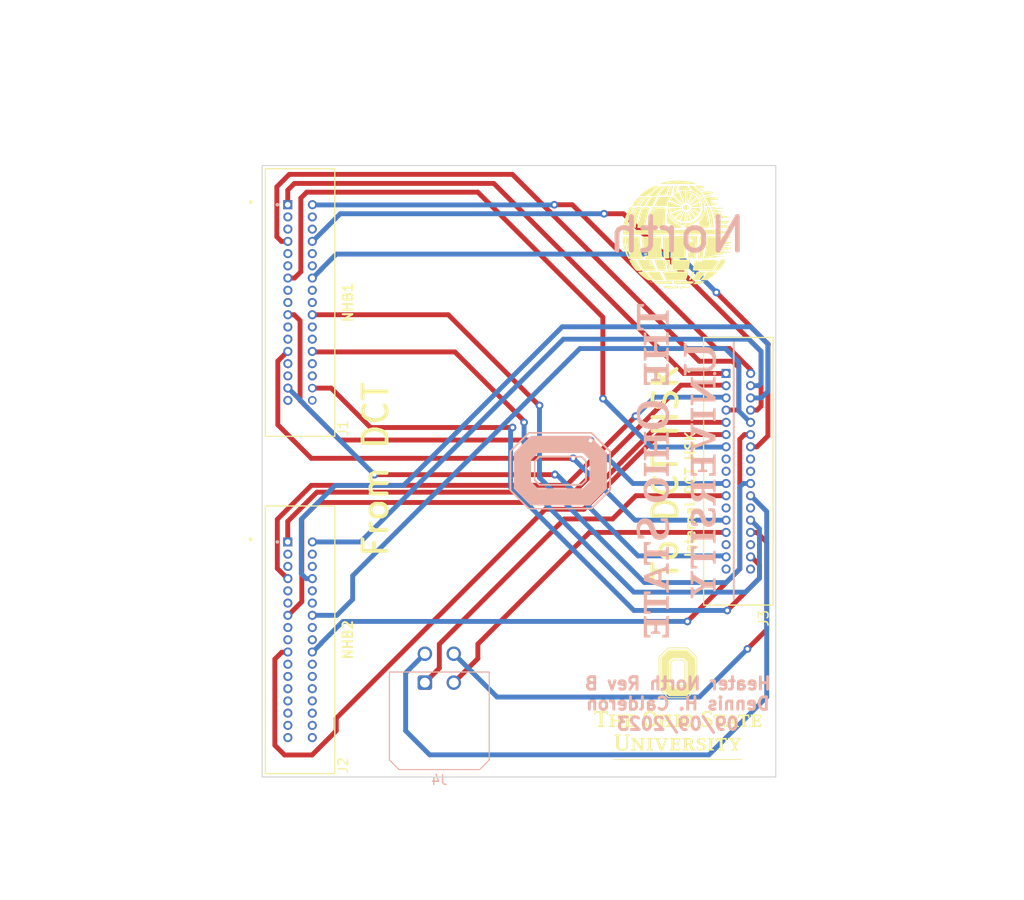
<source format=kicad_pcb>
(kicad_pcb (version 20221018) (generator pcbnew)
  (title_block (title "Heater North") (date "2023-09-09") (company "The Ohio State University") (comment 1 "Board Size: 2.5\" Wide; 2.1\" Deep") (comment 2 "Mounting Holes are #4-40 clearnace size"))
  (layers (0 "F.Cu" signal) (31 "B.Cu" signal) (34 "B.Paste" user) (35 "F.Paste" user) (36 "B.SilkS" user "B.Silkscreen") (37 "F.SilkS" user "F.Silkscreen") (38 "B.Mask" user) (39 "F.Mask" user) (44 "Edge.Cuts" user))
  (net 0 "")
  (net 1 "/HB1_1")
  (net 2 "/HB1_2")
  (net 7 "/HB1_7")
  (net 8 "/HB1_8")
  (net 13 "/HB1_13")
  (net 14 "/HB1_14")
  (net 19 "/HB1_19")
  (net 20 "/HB1_20")
  (net 25 "/HB1_25")
  (net 26 "/HB1_26")
  (net 31 "/HB1_31")
  (net 32 "/HB1_32")
  (net 35 "/HB2_1")
  (net 36 "/HB2_2")
  (net 41 "/HB2_7")
  (net 42 "/HB2_8")
  (net 47 "/HB2_13")
  (net 48 "/HB2_14")
  (net 53 "/HB2_19")
  (net 54 "/HB2_20")
  (net 73 "/SpareN1+")
  (net 74 "/SpareN1-")
  (net 77 "/SpareN2+")
  (net 78 "/SpareN2-")
  (footprint "LOGO" (layer "F.Cu") (at 144.78 58.42)
    (fp_text reference "G***" hide)
    (fp_text value "LOGO" hide)
  )
  (footprint "MountingHole:MountingHole_3.2mm_M3_DIN965" (layer "F.Cu") (at 128.27 63.5)
    (fp_text reference "REF**" hide)
    (fp_text value "H1")
    (pad "" np_thru_hole circle (at 0 0) (size 3.2 3.2) (drill 3.2) (layers "*.Cu" "*.Mask"))
  )
  (footprint "HELIX:HELIX_DCT_ICDconnector34pin_corrected" (layer "F.Cu") (at 105.537 100.0506 -90)
    (fp_text reference "J2" (at 13.0556 -4.4704 90) (layer "F.SilkS"))
    (fp_text value locked "NHB2" (at 0.000001 -4.953 90) (layer "F.SilkS") (effects (font (thickness 0.2) bold)))
    (pad "1" thru_hole rect locked (at -10.16 1.28016 270) (size 0.9408 0.9408) (drill 0.56) (layers "*.Cu" "*.Mask") (net 35 "/HB2_1"))
    (pad "2" thru_hole circle locked (at -10.16 -1.28016 270) (size 0.9408 0.9408) (drill 0.56) (layers "*.Cu" "*.Mask") (net 36 "/HB2_2"))
    (pad "3" thru_hole circle locked (at -8.89 1.27 270) (size 0.9408 0.9408) (drill 0.56) (layers "*.Cu" "*.Mask"))
    (pad "4" thru_hole circle locked (at -8.89 -1.27 270) (size 0.9408 0.9408) (drill 0.56) (layers "*.Cu" "*.Mask"))
    (pad "5" thru_hole circle locked (at -7.62 1.27 270) (size 0.9408 0.9408) (drill 0.56) (layers "*.Cu" "*.Mask"))
    (pad "6" thru_hole circle locked (at -7.62 -1.27 270) (size 0.9408 0.9408) (drill 0.56) (layers "*.Cu" "*.Mask"))
    (pad "7" thru_hole circle locked (at -6.35 1.27 270) (size 0.9408 0.9408) (drill 0.56) (layers "*.Cu" "*.Mask") (net 41 "/HB2_7"))
    (pad "8" thru_hole circle locked (at -6.35 -1.27 270) (size 0.9408 0.9408) (drill 0.56) (layers "*.Cu" "*.Mask") (net 42 "/HB2_8"))
    (pad "9" thru_hole circle locked (at -5.08 1.27 270) (size 0.9408 0.9408) (drill 0.56) (layers "*.Cu" "*.Mask"))
    (pad "10" thru_hole circle locked (at -5.08 -1.27 270) (size 0.9408 0.9408) (drill 0.56) (layers "*.Cu" "*.Mask"))
    (pad "11" thru_hole circle locked (at -3.81 1.27 270) (size 0.9408 0.9408) (drill 0.56) (layers "*.Cu" "*.Mask"))
    (pad "12" thru_hole circle locked (at -3.81 -1.27 270) (size 0.9408 0.9408) (drill 0.56) (layers "*.Cu" "*.Mask"))
    (pad "13" thru_hole circle locked (at -2.54 1.27 270) (size 0.9408 0.9408) (drill 0.56) (layers "*.Cu" "*.Mask") (net 47 "/HB2_13"))
    (pad "14" thru_hole circle locked (at -2.54 -1.27 270) (size 0.9408 0.9408) (drill 0.56) (layers "*.Cu" "*.Mask") (net 48 "/HB2_14"))
    (pad "15" thru_hole circle locked (at -1.27 1.27 270) (size 0.9408 0.9408) (drill 0.56) (layers "*.Cu" "*.Mask"))
    (pad "16" thru_hole circle locked (at -1.27 -1.27 270) (size 0.9408 0.9408) (drill 0.56) (layers "*.Cu" "*.Mask"))
    (pad "17" thru_hole circle locked (at 0 1.27 270) (size 0.9408 0.9408) (drill 0.56) (layers "*.Cu" "*.Mask"))
    (pad "18" thru_hole circle locked (at 0 -1.27 270) (size 0.9408 0.9408) (drill 0.56) (layers "*.Cu" "*.Mask"))
    (pad "19" thru_hole circle locked (at 1.27 1.27 270) (size 0.9408 0.9408) (drill 0.56) (layers "*.Cu" "*.Mask") (net 53 "/HB2_19"))
    (pad "20" thru_hole circle locked (at 1.27 -1.27 270) (size 0.9408 0.9408) (drill 0.56) (layers "*.Cu" "*.Mask") (net 54 "/HB2_20"))
    (pad "21" thru_hole circle locked (at 2.54 1.27 270) (size 0.9408 0.9408) (drill 0.56) (layers "*.Cu" "*.Mask"))
    (pad "22" thru_hole circle locked (at 2.54 -1.27 270) (size 0.9408 0.9408) (drill 0.56) (layers "*.Cu" "*.Mask"))
    (pad "23" thru_hole circle locked (at 3.81 1.27 270) (size 0.9408 0.9408) (drill 0.56) (layers "*.Cu" "*.Mask"))
    (pad "24" thru_hole circle locked (at 3.81 -1.27 270) (size 0.9408 0.9408) (drill 0.56) (layers "*.Cu" "*.Mask"))
    (pad "25" thru_hole circle locked (at 5.08 1.27 270) (size 0.9408 0.9408) (drill 0.56) (layers "*.Cu" "*.Mask"))
    (pad "26" thru_hole circle locked (at 5.08 -1.27 270) (size 0.9408 0.9408) (drill 0.56) (layers "*.Cu" "*.Mask"))
    (pad "27" thru_hole circle locked (at 6.35 1.27 270) (size 0.9408 0.9408) (drill 0.56) (layers "*.Cu" "*.Mask"))
    (pad "28" thru_hole circle locked (at 6.35 -1.27 270) (size 0.9408 0.9408) (drill 0.56) (layers "*.Cu" "*.Mask"))
    (pad "29" thru_hole circle locked (at 7.62 1.27 270) (size 0.9408 0.9408) (drill 0.56) (layers "*.Cu" "*.Mask"))
    (pad "30" thru_hole circle locked (at 7.62 -1.27 270) (size 0.9408 0.9408) (drill 0.56) (layers "*.Cu" "*.Mask"))
    (pad "31" thru_hole circle locked (at 8.89 1.27 270) (size 0.9408 0.9408) (drill 0.56) (layers "*.Cu" "*.Mask"))
    (pad "32" thru_hole circle locked (at 8.89 -1.27 270) (size 0.9408 0.9408) (drill 0.56) (layers "*.Cu" "*.Mask"))
    (pad "33" thru_hole circle locked (at 10.16 1.27 270) (size 0.9408 0.9408) (drill 0.56) (layers "*.Cu" "*.Mask"))
    (pad "34" thru_hole circle locked (at 10.16 -1.27 270) (size 0.9408 0.9408) (drill 0.56) (layers "*.Cu" "*.Mask"))
  )
  (footprint "MountingHole:MountingHole_3.2mm_M3_DIN965" (layer "F.Cu") (at 128.27 101.6)
    (fp_text reference "REF**" hide)
    (fp_text value "H2")
    (pad "" np_thru_hole circle (at 0 0) (size 3.2 3.2) (drill 3.2) (layers "F&B.Cu" "*.Mask"))
  )
  (footprint "HELIX:HELIX_DCT_ICDconnector34pin_corrected" (layer "F.Cu") (at 151.0538 82.55 -90)
    (fp_text reference "J3" (at 15.2654 -2.62636 90) (layer "F.SilkS"))
    (fp_text value "Internal DCT HSK" (at 2.4 4.99364 90) (layer "F.SilkS") (effects (font (thickness 0.2) bold)))
    (pad "1" thru_hole rect locked (at -10.16 1.28016 270) (size 0.9408 0.9408) (drill 0.56) (layers "*.Cu" "*.Mask") (net 1 "/HB1_1"))
    (pad "2" thru_hole circle locked (at -10.16 -1.28016 270) (size 0.9408 0.9408) (drill 0.56) (layers "*.Cu" "*.Mask") (net 2 "/HB1_2"))
    (pad "3" thru_hole circle locked (at -8.89 1.27 270) (size 0.9408 0.9408) (drill 0.56) (layers "*.Cu" "*.Mask") (net 35 "/HB2_1"))
    (pad "4" thru_hole circle locked (at -8.89 -1.27 270) (size 0.9408 0.9408) (drill 0.56) (layers "*.Cu" "*.Mask") (net 36 "/HB2_2"))
    (pad "5" thru_hole circle locked (at -7.62 1.27 270) (size 0.9408 0.9408) (drill 0.56) (layers "*.Cu" "*.Mask") (net 41 "/HB2_7"))
    (pad "6" thru_hole circle locked (at -7.62 -1.27 270) (size 0.9408 0.9408) (drill 0.56) (layers "*.Cu" "*.Mask") (net 42 "/HB2_8"))
    (pad "7" thru_hole circle locked (at -6.35 1.27 270) (size 0.9408 0.9408) (drill 0.56) (layers "*.Cu" "*.Mask") (net 7 "/HB1_7"))
    (pad "8" thru_hole circle locked (at -6.35 -1.27 270) (size 0.9408 0.9408) (drill 0.56) (layers "*.Cu" "*.Mask") (net 8 "/HB1_8"))
    (pad "9" thru_hole circle locked (at -5.08 1.27 270) (size 0.9408 0.9408) (drill 0.56) (layers "*.Cu" "*.Mask") (net 47 "/HB2_13"))
    (pad "10" thru_hole circle locked (at -5.08 -1.27 270) (size 0.9408 0.9408) (drill 0.56) (layers "*.Cu" "*.Mask") (net 48 "/HB2_14"))
    (pad "11" thru_hole circle locked (at -3.81 1.27 270) (size 0.9408 0.9408) (drill 0.56) (layers "*.Cu" "*.Mask") (net 53 "/HB2_19"))
    (pad "12" thru_hole circle locked (at -3.81 -1.27 270) (size 0.9408 0.9408) (drill 0.56) (layers "*.Cu" "*.Mask") (net 54 "/HB2_20"))
    (pad "13" thru_hole circle locked (at -2.54 1.27 270) (size 0.9408 0.9408) (drill 0.56) (layers "*.Cu" "*.Mask") (net 13 "/HB1_13"))
    (pad "14" thru_hole circle locked (at -2.54 -1.27 270) (size 0.9408 0.9408) (drill 0.56) (layers "*.Cu" "*.Mask") (net 14 "/HB1_14"))
    (pad "15" thru_hole circle locked (at -1.27 1.27 270) (size 0.9408 0.9408) (drill 0.56) (layers "*.Cu" "*.Mask"))
    (pad "16" thru_hole circle locked (at -1.27 -1.27 270) (size 0.9408 0.9408) (drill 0.56) (layers "*.Cu" "*.Mask"))
    (pad "17" thru_hole circle locked (at 0 1.27 270) (size 0.9408 0.9408) (drill 0.56) (layers "*.Cu" "*.Mask"))
    (pad "18" thru_hole circle locked (at 0 -1.27 270) (size 0.9408 0.9408) (drill 0.56) (layers "*.Cu" "*.Mask"))
    (pad "19" thru_hole circle locked (at 1.27 1.27 270) (size 0.9408 0.9408) (drill 0.56) (layers "*.Cu" "*.Mask") (net 19 "/HB1_19"))
    (pad "20" thru_hole circle locked (at 1.27 -1.27 270) (size 0.9408 0.9408) (drill 0.56) (layers "*.Cu" "*.Mask") (net 20 "/HB1_20"))
    (pad "21" thru_hole circle locked (at 2.54 1.27 270) (size 0.9408 0.9408) (drill 0.56) (layers "*.Cu" "*.Mask") (net 73 "/SpareN1+"))
    (pad "22" thru_hole circle locked (at 2.54 -1.27 270) (size 0.9408 0.9408) (drill 0.56) (layers "*.Cu" "*.Mask") (net 74 "/SpareN1-"))
    (pad "23" thru_hole circle locked (at 3.81 1.27 270) (size 0.9408 0.9408) (drill 0.56) (layers "*.Cu" "*.Mask"))
    (pad "24" thru_hole circle locked (at 3.81 -1.27 270) (size 0.9408 0.9408) (drill 0.56) (layers "*.Cu" "*.Mask"))
    (pad "25" thru_hole circle locked (at 5.08 1.27 270) (size 0.9408 0.9408) (drill 0.56) (layers "*.Cu" "*.Mask") (net 25 "/HB1_25"))
    (pad "26" thru_hole circle locked (at 5.08 -1.27 270) (size 0.9408 0.9408) (drill 0.56) (layers "*.Cu" "*.Mask") (net 26 "/HB1_26"))
    (pad "27" thru_hole circle locked (at 6.35 1.27 270) (size 0.9408 0.9408) (drill 0.56) (layers "*.Cu" "*.Mask") (net 77 "/SpareN2+"))
    (pad "28" thru_hole circle locked (at 6.35 -1.27 270) (size 0.9408 0.9408) (drill 0.56) (layers "*.Cu" "*.Mask") (net 78 "/SpareN2-"))
    (pad "29" thru_hole circle locked (at 7.62 1.27 270) (size 0.9408 0.9408) (drill 0.56) (layers "*.Cu" "*.Mask"))
    (pad "30" thru_hole circle locked (at 7.62 -1.27 270) (size 0.9408 0.9408) (drill 0.56) (layers "*.Cu" "*.Mask"))
    (pad "31" thru_hole circle locked (at 8.89 1.27 270) (size 0.9408 0.9408) (drill 0.56) (layers "*.Cu" "*.Mask") (net 31 "/HB1_31"))
    (pad "32" thru_hole circle locked (at 8.89 -1.27 270) (size 0.9408 0.9408) (drill 0.56) (layers "*.Cu" "*.Mask") (net 32 "/HB1_32"))
    (pad "33" thru_hole circle locked (at 10.16 1.27 270) (size 0.9408 0.9408) (drill 0.56) (layers "*.Cu" "*.Mask"))
    (pad "34" thru_hole circle locked (at 10.16 -1.27 270) (size 0.9408 0.9408) (drill 0.56) (layers "*.Cu" "*.Mask"))
  )
  (footprint "Fun_Logos:Medium OSU" (layer "F.Cu") (at 144.772052 106.68)
    (fp_text reference "G***" hide)
    (fp_text value "Medium OSU" hide)
  )
  (footprint "HELIX:HELIX_DCT_ICDconnector34pin_corrected" (layer "F.Cu") (at 105.537 65.024 -90)
    (fp_text reference "J1" (at 13.0556 -4.4704 90) (layer "F.SilkS"))
    (fp_text value locked "NHB1" (at 0.000001 -4.97 90) (layer "F.SilkS") (effects (font (thickness 0.2) bold)))
    (pad "1" thru_hole rect locked (at -10.16 1.28016 270) (size 0.9408 0.9408) (drill 0.56) (layers "*.Cu" "*.Mask") (net 1 "/HB1_1"))
    (pad "2" thru_hole circle locked (at -10.16 -1.28016 270) (size 0.9408 0.9408) (drill 0.56) (layers "*.Cu" "*.Mask") (net 2 "/HB1_2"))
    (pad "3" thru_hole circle locked (at -8.89 1.27 270) (size 0.9408 0.9408) (drill 0.56) (layers "*.Cu" "*.Mask"))
    (pad "4" thru_hole circle locked (at -8.89 -1.27 270) (size 0.9408 0.9408) (drill 0.56) (layers "*.Cu" "*.Mask"))
    (pad "5" thru_hole circle locked (at -7.62 1.27 270) (size 0.9408 0.9408) (drill 0.56) (layers "*.Cu" "*.Mask"))
    (pad "6" thru_hole circle locked (at -7.62 -1.27 270) (size 0.9408 0.9408) (drill 0.56) (layers "*.Cu" "*.Mask"))
    (pad "7" thru_hole circle locked (at -6.35 1.27 270) (size 0.9408 0.9408) (drill 0.56) (layers "*.Cu" "*.Mask") (net 7 "/HB1_7"))
    (pad "8" thru_hole circle locked (at -6.35 -1.27 270) (size 0.9408 0.9408) (drill 0.56) (layers "*.Cu" "*.Mask") (net 8 "/HB1_8"))
    (pad "9" thru_hole circle locked (at -5.08 1.27 270) (size 0.9408 0.9408) (drill 0.56) (layers "*.Cu" "*.Mask"))
    (pad "10" thru_hole circle locked (at -5.08 -1.27 270) (size 0.9408 0.9408) (drill 0.56) (layers "*.Cu" "*.Mask"))
    (pad "11" thru_hole circle locked (at -3.81 1.27 270) (size 0.9408 0.9408) (drill 0.56) (layers "*.Cu" "*.Mask"))
    (pad "12" thru_hole circle locked (at -3.81 -1.27 270) (size 0.9408 0.9408) (drill 0.56) (layers "*.Cu" "*.Mask"))
    (pad "13" thru_hole circle locked (at -2.54 1.27 270) (size 0.9408 0.9408) (drill 0.56) (layers "*.Cu" "*.Mask") (net 13 "/HB1_13"))
    (pad "14" thru_hole circle locked (at -2.54 -1.27 270) (size 0.9408 0.9408) (drill 0.56) (layers "*.Cu" "*.Mask") (net 14 "/HB1_14"))
    (pad "15" thru_hole circle locked (at -1.27 1.27 270) (size 0.9408 0.9408) (drill 0.56) (layers "*.Cu" "*.Mask"))
    (pad "16" thru_hole circle locked (at -1.27 -1.27 270) (size 0.9408 0.9408) (drill 0.56) (layers "*.Cu" "*.Mask"))
    (pad "17" thru_hole circle locked (at 0 1.27 270) (size 0.9408 0.9408) (drill 0.56) (layers "*.Cu" "*.Mask"))
    (pad "18" thru_hole circle locked (at 0 -1.27 270) (size 0.9408 0.9408) (drill 0.56) (layers "*.Cu" "*.Mask"))
    (pad "19" thru_hole circle locked (at 1.27 1.27 270) (size 0.9408 0.9408) (drill 0.56) (layers "*.Cu" "*.Mask") (net 19 "/HB1_19"))
    (pad "20" thru_hole circle locked (at 1.27 -1.27 270) (size 0.9408 0.9408) (drill 0.56) (layers "*.Cu" "*.Mask") (net 20 "/HB1_20"))
    (pad "21" thru_hole circle locked (at 2.54 1.27 270) (size 0.9408 0.9408) (drill 0.56) (layers "*.Cu" "*.Mask"))
    (pad "22" thru_hole circle locked (at 2.54 -1.27 270) (size 0.9408 0.9408) (drill 0.56) (layers "*.Cu" "*.Mask"))
    (pad "23" thru_hole circle locked (at 3.81 1.27 270) (size 0.9408 0.9408) (drill 0.56) (layers "*.Cu" "*.Mask"))
    (pad "24" thru_hole circle locked (at 3.81 -1.27 270) (size 0.9408 0.9408) (drill 0.56) (layers "*.Cu" "*.Mask"))
    (pad "25" thru_hole circle locked (at 5.08 1.27 270) (size 0.9408 0.9408) (drill 0.56) (layers "*.Cu" "*.Mask") (net 25 "/HB1_25"))
    (pad "26" thru_hole circle locked (at 5.08 -1.27 270) (size 0.9408 0.9408) (drill 0.56) (layers "*.Cu" "*.Mask") (net 26 "/HB1_26"))
    (pad "27" thru_hole circle locked (at 6.35 1.27 270) (size 0.9408 0.9408) (drill 0.56) (layers "*.Cu" "*.Mask"))
    (pad "28" thru_hole circle locked (at 6.35 -1.27 270) (size 0.9408 0.9408) (drill 0.56) (layers "*.Cu" "*.Mask"))
    (pad "29" thru_hole circle locked (at 7.62 1.27 270) (size 0.9408 0.9408) (drill 0.56) (layers "*.Cu" "*.Mask"))
    (pad "30" thru_hole circle locked (at 7.62 -1.27 270) (size 0.9408 0.9408) (drill 0.56) (layers "*.Cu" "*.Mask"))
    (pad "31" thru_hole circle locked (at 8.89 1.27 270) (size 0.9408 0.9408) (drill 0.56) (layers "*.Cu" "*.Mask") (net 31 "/HB1_31"))
    (pad "32" thru_hole circle locked (at 8.89 -1.27 270) (size 0.89 0.89) (drill 0.56) (layers "*.Cu" "*.Mask") (net 32 "/HB1_32"))
    (pad "33" thru_hole circle locked (at 10.16 1.27 270) (size 0.9408 0.9408) (drill 0.56) (layers "*.Cu" "*.Mask"))
    (pad "34" thru_hole circle locked (at 10.16 -1.27 270) (size 0.89 0.89) (drill 0.56) (layers "*.Cu" "*.Mask"))
  )
  (footprint "Fun_Logos:Super Large OSU" (layer "B.Cu") (at 138.9634 82.4992 -90)
    (fp_text reference "G***" hide)
    (fp_text value "" hide)
  )
  (footprint "Connector_Molex:Molex_Micro-Fit_3.0_43045-0400_2x02_P3.00mm_Horizontal" (layer "B.Cu") (at 118.5 104.5)
    (fp_text reference "J4" (at 1.5 10.12) (layer "B.SilkS") (effects (justify mirror)))
    (fp_text value "SparesN")
    (pad "" np_thru_hole circle (at 1.5 4.32) (size 3 3) (drill 3) (layers "*.Cu" "*.Mask"))
    (pad "1" thru_hole roundrect (at 0 0) (size 1.5 1.5) (drill 1.02) (layers "*.Cu" "*.Mask") (roundrect_rratio 0.166667) (net 73 "/SpareN1+"))
    (pad "2" thru_hole circle (at 3 0) (size 1.5 1.5) (drill 1.02) (layers "*.Cu" "*.Mask") (net 77 "/SpareN2+"))
    (pad "3" thru_hole circle (at 0 -3) (size 1.5 1.5) (drill 1.02) (layers "*.Cu" "*.Mask") (net 74 "/SpareN1-"))
    (pad "4" thru_hole circle (at 3 -3) (size 1.5 1.5) (drill 1.02) (layers "*.Cu" "*.Mask") (net 78 "/SpareN2-"))
  )
  (gr_circle locked (center 103.1748 89.8906) (end 103.2002 89.8906) (stroke (width 0.15)) (fill none) (layer "B.SilkS"))
  (gr_circle (center 103.1748 54.864) (end 103.2002 54.864) (stroke (width 0.15)) (fill none) (layer "B.SilkS"))
  (gr_circle (center 148.59 72.39) (end 148.6154 72.39) (stroke (width 0.15)) (fill none) (layer "B.SilkS"))
  (gr_circle (center 148.59 72.39) (end 148.6154 72.39) (stroke (width 0.15)) (fill none) (layer "F.SilkS"))
  (gr_circle locked (center 103.1748 89.8906) (end 103.1748 89.916) (stroke (width 0.15)) (fill none) (layer "F.SilkS"))
  (gr_circle (center 103.1748 54.864) (end 103.1748 54.8894) (stroke (width 0.15)) (fill none) (layer "F.SilkS"))
  (gr_rect locked (start 101.6 50.8) (end 154.94 114.3) (stroke (width 0.1)) (fill none) (layer "Edge.Cuts"))
  (gr_text "North" (at 137.288718 60.042675) (layer "B.SilkS") (effects (font (size 3.5 3.5) (thickness 0.5)) (justify right bottom mirror)))
  (gr_text "Heater North Rev B\nDennis H. Calderon\n09/09/2023" (at 144.772051 106.68811) (layer "B.SilkS") (effects (font (size 1.3 1.3) (thickness 0.3) bold) (justify mirror)))
  (gr_text locked "To DCT HSK\n" (at 144.9578 94.090477 90) (layer "F.SilkS") (effects (font (size 2.5 2.5) (thickness 0.4)) (justify left bottom)))
  (gr_text "From DCT" (at 114.8498 91.668219 90) (layer "F.SilkS") (effects (font (size 2.5 2.5) (thickness 0.4)) (justify left bottom)))
  (segment (start 149.77364 72.39) (end 145.3896 72.39) (width 0.508) (layer "F.Cu") (net 1))
  (segment (start 104.25684 53.35016) (end 104.25684 54.864) (width 0.508) (layer "F.Cu") (net 1))
  (segment (start 125.6538 52.6542) (end 104.9528 52.6542) (width 0.508) (layer "F.Cu") (net 1))
  (segment (start 104.9528 52.6542) (end 104.25684 53.35016) (width 0.508) (layer "F.Cu") (net 1))
  (segment (start 145.3896 72.39) (end 125.6538 52.6542) (width 0.508) (layer "F.Cu") (net 1))
  (segment (start 152.33396 72.007656) (end 152.33396 72.39) (width 0.508) (layer "F.Cu") (net 2))
  (segment (start 148.7424 69.7992) (end 150.125504 69.7992) (width 0.508) (layer "F.Cu") (net 2))
  (segment (start 150.125504 69.7992) (end 152.33396 72.007656) (width 0.508) (layer "F.Cu") (net 2))
  (segment (start 133.813284 54.870084) (end 148.7424 69.7992) (width 0.508) (layer "F.Cu") (net 2))
  (segment (start 131.946916 54.870084) (end 133.813284 54.870084) (width 0.508) (layer "F.Cu") (net 2))
  (via (at 131.946916 54.870084) (size 0.8) (drill 0.4) (layers "F.Cu" "B.Cu") (net 2))
  (segment (start 131.946916 54.870084) (end 131.9276 54.8894) (width 0.508) (layer "B.Cu") (net 2))
  (segment (start 106.84256 54.8894) (end 106.81716 54.864) (width 0.508) (layer "B.Cu") (net 2))
  (segment (start 131.9276 54.8894) (end 106.84256 54.8894) (width 0.508) (layer "B.Cu") (net 2))
  (segment (start 151.1046 76.0222) (end 151.1046 71.77956) (width 0.508) (layer "F.Cu") (net 7))
  (segment (start 104.4194 51.7144) (end 103.124 53.0098) (width 0.508) (layer "F.Cu") (net 7))
  (segment (start 127.5842 51.7144) (end 104.4194 51.7144) (width 0.508) (layer "F.Cu") (net 7))
  (segment (start 150.44624 71.1212) (end 146.991 71.1212) (width 0.508) (layer "F.Cu") (net 7))
  (segment (start 103.124 58.196246) (end 103.601754 58.674) (width 0.508) (layer "F.Cu") (net 7))
  (segment (start 150.938577 76.188223) (end 151.1046 76.0222) (width 0.508) (layer "F.Cu") (net 7))
  (segment (start 151.1046 71.77956) (end 150.44624 71.1212) (width 0.508) (layer "F.Cu") (net 7))
  (segment (start 149.864623 76.188223) (end 150.938577 76.188223) (width 0.508) (layer "F.Cu") (net 7))
  (segment (start 146.991 71.1212) (end 127.5842 51.7144) (width 0.508) (layer "F.Cu") (net 7))
  (segment (start 103.601754 58.674) (end 104.267 58.674) (width 0.508) (layer "F.Cu") (net 7))
  (segment (start 103.124 53.0098) (end 103.124 58.196246) (width 0.508) (layer "F.Cu") (net 7))
  (segment (start 137.1092 55.8038) (end 139.1242 55.8038) (width 0.508) (layer "F.Cu") (net 8))
  (segment (start 139.1242 55.8038) (end 153.416 70.0956) (width 0.508) (layer "F.Cu") (net 8))
  (segment (start 153.416 70.0956) (end 153.416 75.773046) (width 0.508) (layer "F.Cu") (net 8))
  (segment (start 152.989046 76.2) (end 152.3238 76.2) (width 0.508) (layer "F.Cu") (net 8))
  (segment (start 153.416 75.773046) (end 152.989046 76.2) (width 0.508) (layer "F.Cu") (net 8))
  (via (at 137.1092 55.8038) (size 0.8) (drill 0.4) (layers "F.Cu" "B.Cu") (net 8))
  (segment (start 106.8443 58.674) (end 106.807 58.674) (width 0.508) (layer "B.Cu") (net 8))
  (segment (start 109.7145 55.8038) (end 106.8443 58.674) (width 0.508) (layer "B.Cu") (net 8))
  (segment (start 137.1092 55.8038) (end 109.7145 55.8038) (width 0.508) (layer "B.Cu") (net 8))
  (segment (start 104.9609 62.484) (end 104.267 62.484) (width 0.508) (layer "F.Cu") (net 13))
  (segment (start 106.226 53.5654) (end 105.6132 54.1782) (width 0.508) (layer "F.Cu") (net 13))
  (segment (start 136.9822 66.548) (end 123.9996 53.5654) (width 0.508) (layer "F.Cu") (net 13))
  (segment (start 123.9996 53.5654) (end 106.226 53.5654) (width 0.508) (layer "F.Cu") (net 13))
  (segment (start 105.6132 61.8317) (end 104.9609 62.484) (width 0.508) (layer "F.Cu") (net 13))
  (segment (start 137.002 75.0056) (end 136.9822 74.9858) (width 0.508) (layer "F.Cu") (net 13))
  (segment (start 136.9822 74.9858) (end 136.9822 66.548) (width 0.508) (layer "F.Cu") (net 13))
  (segment (start 105.6132 54.1782) (end 105.6132 61.8317) (width 0.508) (layer "F.Cu") (net 13))
  (via (at 137.002 75.0056) (size 0.8) (drill 0.4) (layers "F.Cu" "B.Cu") (net 13))
  (segment (start 137.002 75.0056) (end 142.0318 80.0354) (width 0.508) (layer "B.Cu") (net 13))
  (segment (start 149.7584 80.0354) (end 149.7838 80.01) (width 0.508) (layer "B.Cu") (net 13))
  (segment (start 142.0318 80.0354) (end 149.7584 80.0354) (width 0.508) (layer "B.Cu") (net 13))
  (segment (start 154.124 78.875046) (end 152.989046 80.01) (width 0.508) (layer "F.Cu") (net 14))
  (segment (start 153.9931 69.1967) (end 154.124 69.3276) (width 0.508) (layer "F.Cu") (net 14))
  (segment (start 154.124 69.3276) (end 154.124 78.875046) (width 0.508) (layer "F.Cu") (net 14))
  (segment (start 153.9931 69.1967) (end 154.178 69.3816) (width 0.508) (layer "F.Cu") (net 14))
  (segment (start 152.989046 80.01) (end 152.3238 80.01) (width 0.508) (layer "F.Cu") (net 14))
  (segment (start 148.7734 63.977) (end 153.9931 69.1967) (width 0.508) (layer "F.Cu") (net 14))
  (via (at 148.7734 63.977) (size 0.8) (drill 0.4) (layers "F.Cu" "B.Cu") (net 14))
  (segment (start 144.7912 59.9948) (end 109.2962 59.9948) (width 0.508) (layer "B.Cu") (net 14))
  (segment (start 107.7314 61.5596) (end 107.7314 61.5969) (width 0.508) (layer "B.Cu") (net 14))
  (segment (start 148.7734 63.977) (end 144.7912 59.9948) (width 0.508) (layer "B.Cu") (net 14))
  (segment (start 109.2962 59.9948) (end 107.7314 61.5596) (width 0.508) (layer "B.Cu") (net 14))
  (segment (start 107.7314 61.5969) (end 106.8443 62.484) (width 0.508) (layer "B.Cu") (net 14))
  (segment (start 106.8443 62.484) (end 106.807 62.484) (width 0.508) (layer "B.Cu") (net 14))
  (segment (start 135.702 79.3596) (end 135.648 79.3056) (width 0.508) (layer "F.Cu") (net 19))
  (segment (start 105.537 75.185378) (end 105.537 66.9036) (width 0.508) (layer "F.Cu") (net 19))
  (segment (start 135.648 79.3056) (end 109.657222 79.3056) (width 0.508) (layer "F.Cu") (net 19))
  (segment (start 104.9274 66.294) (end 104.267 66.294) (width 0.508) (layer "F.Cu") (net 19))
  (segment (start 105.537 66.9036) (end 104.9274 66.294) (width 0.508) (layer "F.Cu") (net 19))
  (segment (start 109.657222 79.3056) (end 105.537 75.185378) (width 0.508) (layer "F.Cu") (net 19))
  (via (at 135.702 79.3596) (size 0.8) (drill 0.4) (layers "F.Cu" "B.Cu") (net 19))
  (segment (start 135.702 79.3596) (end 137.556 81.2136) (width 0.508) (layer "B.Cu") (net 19))
  (segment (start 137.556 81.2596) (end 140.1164 83.82) (width 0.508) (layer "B.Cu") (net 19))
  (segment (start 140.1164 83.82) (end 149.7838 83.82) (width 0.508) (layer "B.Cu") (net 19))
  (segment (start 137.556 81.2136) (end 137.556 81.2596) (width 0.508) (layer "B.Cu") (net 19))
  (segment (start 130.402 75.7174) (end 130.3528 75.7174) (width 0.508) (layer "F.Cu") (net 20))
  (segment (start 120.9294 66.294) (end 106.807 66.294) (width 0.508) (layer "F.Cu") (net 20))
  (segment (start 130.3528 75.7174) (end 120.9294 66.294) (width 0.508) (layer "F.Cu") (net 20))
  (via (at 130.402 75.7174) (size 0.8) (drill 0.4) (layers "F.Cu" "B.Cu") (net 20))
  (segment (start 130.402 75.7174) (end 130.402 83.2056) (width 0.508) (layer "B.Cu") (net 20))
  (segment (start 141.302 94.1056) (end 149.7852 94.1056) (width 0.508) (layer "B.Cu") (net 20))
  (segment (start 130.402 83.2056) (end 141.302 94.1056) (width 0.508) (layer "B.Cu") (net 20))
  (segment (start 149.7852 94.1056) (end 151.2062 92.6846) (width 0.508) (layer "B.Cu") (net 20))
  (segment (start 151.2062 84.1756) (end 151.5618 83.82) (width 0.508) (layer "B.Cu") (net 20))
  (segment (start 151.2062 92.6846) (end 151.2062 84.1756) (width 0.508) (layer "B.Cu") (net 20))
  (segment (start 151.5618 83.82) (end 152.3238 83.82) (width 0.508) (layer "B.Cu") (net 20))
  (segment (start 106.702 81.2056) (end 103.2256 77.7292) (width 0.508) (layer "F.Cu") (net 25))
  (segment (start 103.2256 77.7292) (end 103.2256 71.1081) (width 0.508) (layer "F.Cu") (net 25))
  (segment (start 133.902 81.2056) (end 106.702 81.2056) (width 0.508) (layer "F.Cu") (net 25))
  (segment (start 103.2256 71.1081) (end 104.2297 70.104) (width 0.508) (layer "F.Cu") (net 25))
  (segment (start 104.2297 70.104) (end 104.267 70.104) (width 0.508) (layer "F.Cu") (net 25))
  (via (at 133.902 81.2056) (size 0.8) (drill 0.4) (layers "F.Cu" "B.Cu") (net 25))
  (segment (start 133.902 81.2056) (end 140.3264 87.63) (width 0.508) (layer "B.Cu") (net 25))
  (segment (start 140.3264 87.63) (end 149.7838 87.63) (width 0.508) (layer "B.Cu") (net 25))
  (segment (start 121.6152 70.1548) (end 106.8578 70.1548) (width 0.508) (layer "F.Cu") (net 26))
  (segment (start 128.802 77.3416) (end 121.6152 70.1548) (width 0.508) (layer "F.Cu") (net 26))
  (segment (start 128.802 77.47) (end 128.802 77.3416) (width 0.508) (layer "F.Cu") (net 26))
  (segment (start 106.8578 70.1548) (end 106.807 70.104) (width 0.508) (layer "F.Cu") (net 26))
  (via (at 128.802 77.47) (size 0.8) (drill 0.4) (layers "F.Cu" "B.Cu") (net 26))
  (segment (start 152.3611 87.63) (end 152.3238 87.63) (width 0.508) (layer "B.Cu") (net 26))
  (segment (start 151.8078 95.1056) (end 153.2482 93.6652) (width 0.508) (layer "B.Cu") (net 26))
  (segment (start 128.802 83.7056) (end 140.202 95.1056) (width 0.508) (layer "B.Cu") (net 26))
  (segment (start 128.802 77.47) (end 128.802 83.7056) (width 0.508) (layer "B.Cu") (net 26))
  (segment (start 140.202 95.1056) (end 151.8078 95.1056) (width 0.508) (layer "B.Cu") (net 26))
  (segment (start 153.2482 93.6652) (end 153.2482 88.5171) (width 0.508) (layer "B.Cu") (net 26))
  (segment (start 153.2482 88.5171) (end 152.3611 87.63) (width 0.508) (layer "B.Cu") (net 26))
  (segment (start 113.257222 82.9056) (end 132.002 82.9056) (width 0.508) (layer "F.Cu") (net 31))
  (via (at 113.257222 82.9056) (size 0.8) (drill 0.4) (layers "F.Cu" "B.Cu") (net 31))
  (via (at 132.002 82.9056) (size 0.8) (drill 0.4) (layers "F.Cu" "B.Cu") (net 31))
  (segment (start 132.002 82.7056) (end 140.6348 91.3384) (width 0.508) (layer "B.Cu") (net 31))
  (segment (start 140.6348 91.3384) (end 149.6822 91.3384) (width 0.508) (layer "B.Cu") (net 31))
  (segment (start 105.908 75.5177) (end 104.3043 73.914) (width 0.508) (layer "B.Cu") (net 31))
  (segment (start 104.3043 73.914) (end 104.267 73.914) (width 0.508) (layer "B.Cu") (net 31))
  (segment (start 113.257222 82.9056) (end 105.908 75.556378) (width 0.508) (layer "B.Cu") (net 31))
  (segment (start 105.908 75.556378) (end 105.908 75.5177) (width 0.508) (layer "B.Cu") (net 31))
  (segment (start 149.6822 91.3384) (end 149.7838 91.44) (width 0.508) (layer "B.Cu") (net 31))
  (segment (start 127.602 78.0056) (end 112.8544 78.0056) (width 0.508) (layer "F.Cu") (net 32))
  (segment (start 112.8544 78.0056) (end 108.7628 73.914) (width 0.508) (layer "F.Cu") (net 32))
  (segment (start 153.2482 93.6594) (end 153.2482 92.2718) (width 0.508) (layer "F.Cu") (net 32))
  (segment (start 108.7628 73.914) (end 106.807 73.914) (width 0.508) (layer "F.Cu") (net 32))
  (segment (start 149.902 97.0056) (end 153.2482 93.6594) (width 0.508) (layer "F.Cu") (net 32))
  (segment (start 153.2482 92.2718) (end 152.4164 91.44) (width 0.508) (layer "F.Cu") (net 32))
  (via (at 149.902 97.0056) (size 0.8) (drill 0.4) (layers "F.Cu" "B.Cu") (net 32))
  (via (at 127.602 78.0056) (size 0.8) (drill 0.4) (layers "F.Cu" "B.Cu") (net 32))
  (segment (start 140.202 97.0056) (end 127.402 84.2056) (width 0.508) (layer "B.Cu") (net 32))
  (segment (start 149.902 97.0056) (end 140.202 97.0056) (width 0.508) (layer "B.Cu") (net 32))
  (segment (start 127.402 78.2056) (end 127.602 78.0056) (width 0.508) (layer "B.Cu") (net 32))
  (segment (start 127.402 84.2056) (end 127.402 78.2056) (width 0.508) (layer "B.Cu") (net 32))
  (segment (start 107.286 84.7216) (end 104.25684 87.75076) (width 0.508) (layer "F.Cu") (net 35))
  (segment (start 133.986 84.7216) (end 107.286 84.7216) (width 0.508) (layer "F.Cu") (net 35))
  (segment (start 104.25684 87.75076) (end 104.25684 89.8906) (width 0.508) (layer "F.Cu") (net 35))
  (segment (start 149.7838 73.66) (end 149.733 73.6092) (width 0.508) (layer "F.Cu") (net 35))
  (segment (start 149.733 73.6092) (end 145.0984 73.6092) (width 0.508) (layer "F.Cu") (net 35))
  (segment (start 145.0984 73.6092) (end 133.986 84.7216) (width 0.508) (layer "F.Cu") (net 35))
  (segment (start 153.416 70.1196) (end 152.1304 68.834) (width 0.508) (layer "B.Cu") (net 36))
  (segment (start 111.817 89.8906) (end 106.81716 89.8906) (width 0.508) (layer "B.Cu") (net 36))
  (segment (start 152.1304 68.834) (end 132.8736 68.834) (width 0.508) (layer "B.Cu") (net 36))
  (segment (start 153.416 73.406) (end 153.416 70.1196) (width 0.508) (layer "B.Cu") (net 36))
  (segment (start 132.8736 68.834) (end 111.817 89.8906) (width 0.508) (layer "B.Cu") (net 36))
  (segment (start 153.162 73.66) (end 153.416 73.406) (width 0.508) (layer "B.Cu") (net 36))
  (segment (start 152.3238 73.66) (end 153.162 73.66) (width 0.508) (layer "B.Cu") (net 36))
  (segment (start 133.194 84.0136) (end 106.706 84.0136) (width 0.508) (layer "F.Cu") (net 41))
  (segment (start 140.3792 76.8284) (end 133.194 84.0136) (width 0.508) (layer "F.Cu") (net 41))
  (segment (start 103.1748 92.6457) (end 104.2297 93.7006) (width 0.508) (layer "F.Cu") (net 41))
  (segment (start 104.2297 93.7006) (end 104.267 93.7006) (width 0.508) (layer "F.Cu") (net 41))
  (segment (start 106.706 84.0136) (end 103.1748 87.5448) (width 0.508) (layer "F.Cu") (net 41))
  (segment (start 103.1748 87.5448) (end 103.1748 92.6457) (width 0.508) (layer "F.Cu") (net 41))
  (via (at 140.3792 76.8284) (size 0.8) (drill 0.4) (layers "F.Cu" "B.Cu") (net 41))
  (segment (start 140.3792 76.8284) (end 142.3538 74.8538) (width 0.508) (layer "B.Cu") (net 41))
  (segment (start 142.3538 74.8538) (end 149.7076 74.8538) (width 0.508) (layer "B.Cu") (net 41))
  (segment (start 149.7076 74.8538) (end 149.7838 74.93) (width 0.508) (layer "B.Cu") (net 41))
  (segment (start 153.4414 74.93) (end 154.124 74.2474) (width 0.508) (layer "B.Cu") (net 42))
  (segment (start 116.2844 84.0232) (end 109.1692 84.0232) (width 0.508) (layer "B.Cu") (net 42))
  (segment (start 154.124 69.3388) (end 152.330524 67.545324) (width 0.508) (layer "B.Cu") (net 42))
  (segment (start 105.664 87.5284) (end 105.664 93.1926) (width 0.508) (layer "B.Cu") (net 42))
  (segment (start 154.124 74.2474) (end 154.124 69.3388) (width 0.508) (layer "B.Cu") (net 42))
  (segment (start 152.3238 74.93) (end 153.4414 74.93) (width 0.508) (layer "B.Cu") (net 42))
  (segment (start 105.664 93.1926) (end 106.172 93.7006) (width 0.508) (layer "B.Cu") (net 42))
  (segment (start 132.762276 67.545324) (end 116.2844 84.0232) (width 0.508) (layer "B.Cu") (net 42))
  (segment (start 106.172 93.7006) (end 106.807 93.7006) (width 0.508) (layer "B.Cu") (net 42))
  (segment (start 109.1692 84.0232) (end 105.664 87.5284) (width 0.508) (layer "B.Cu") (net 42))
  (segment (start 152.330524 67.545324) (end 132.762276 67.545324) (width 0.508) (layer "B.Cu") (net 42))
  (segment (start 105.7148 87.4928) (end 105.7148 96.1001) (width 0.508) (layer "F.Cu") (net 47))
  (segment (start 134.7164 85.7912) (end 107.4164 85.7912) (width 0.508) (layer "F.Cu") (net 47))
  (segment (start 107.4164 85.7912) (end 105.7148 87.4928) (width 0.508) (layer "F.Cu") (net 47))
  (segment (start 104.3043 97.5106) (end 104.267 97.5106) (width 0.508) (layer "F.Cu") (net 47))
  (segment (start 149.7838 77.47) (end 143.0376 77.47) (width 0.508) (layer "F.Cu") (net 47))
  (segment (start 143.0376 77.47) (end 134.7164 85.7912) (width 0.508) (layer "F.Cu") (net 47))
  (segment (start 105.7148 96.1001) (end 104.3043 97.5106) (width 0.508) (layer "F.Cu") (net 47))
  (segment (start 110.998 95.8596) (end 109.347 97.5106) (width 0.508) (layer "B.Cu") (net 48))
  (segment (start 134.594261 69.8056) (end 110.998 93.401861) (width 0.508) (layer "B.Cu") (net 48))
  (segment (start 109.347 97.5106) (end 106.807 97.5106) (width 0.508) (layer "B.Cu") (net 48))
  (segment (start 152.3238 77.47) (end 152.2865 77.47) (width 0.508) (layer "B.Cu") (net 48))
  (segment (start 149.702 69.8056) (end 134.594261 69.8056) (width 0.508) (layer "B.Cu") (net 48))
  (segment (start 151.1046 71.2082) (end 149.702 69.8056) (width 0.508) (layer "B.Cu") (net 48))
  (segment (start 110.998 93.401861) (end 110.998 95.8596) (width 0.508) (layer "B.Cu") (net 48))
  (segment (start 151.1046 76.2881) (end 151.1046 71.2082) (width 0.508) (layer "B.Cu") (net 48))
  (segment (start 152.2865 77.47) (end 151.1046 76.2881) (width 0.508) (layer "B.Cu") (net 48))
  (segment (start 109.2962 109.5) (end 106.7822 112.014) (width 0.508) (layer "F.Cu") (net 53))
  (segment (start 106.7822 112.014) (end 103.925246 112.014) (width 0.508) (layer "F.Cu") (net 53))
  (segment (start 102.917246 102.060754) (end 103.632 101.346) (width 0.508) (layer "F.Cu") (net 53))
  (segment (start 103.632 101.346) (end 104.297246 101.346) (width 0.508) (layer "F.Cu") (net 53))
  (segment (start 149.7838 78.74) (end 142.768864 78.74) (width 0.508) (layer "F.Cu") (net 53))
  (segment (start 109.2962 108.2038) (end 109.2962 109.5) (width 0.508) (layer "F.Cu") (net 53))
  (segment (start 103.925246 112.014) (end 102.917246 111.006) (width 0.508) (layer "F.Cu") (net 53))
  (segment (start 102.917246 111.006) (end 102.917246 102.060754) (width 0.508) (layer "F.Cu") (net 53))
  (segment (start 131.0008 86.4992) (end 109.2962 108.2038) (width 0.508) (layer "F.Cu") (net 53))
  (segment (start 142.768864 78.74) (end 135.009663 86.4992) (width 0.508) (layer "F.Cu") (net 53))
  (segment (start 135.009663 86.4992) (end 131.0008 86.4992) (width 0.508) (layer "F.Cu") (net 53))
  (segment (start 151.6888 78.74) (end 152.3238 78.74) (width 0.508) (layer "F.Cu") (net 54))
  (segment (start 145.762 98.1456) (end 151.2062 92.7014) (width 0.508) (layer "F.Cu") (net 54))
  (segment (start 151.2062 92.7014) (end 151.2062 79.2226) (width 0.508) (layer "F.Cu") (net 54))
  (segment (start 151.2062 79.2226) (end 151.6888 78.74) (width 0.508) (layer "F.Cu") (net 54))
  (via (at 145.762 98.1456) (size 0.8) (drill 0.4) (layers "F.Cu" "B.Cu") (net 54))
  (segment (start 145.762 98.1456) (end 109.982 98.1456) (width 0.508) (layer "B.Cu") (net 54))
  (segment (start 107.7314 100.4335) (end 106.8443 101.3206) (width 0.508) (layer "B.Cu") (net 54))
  (segment (start 109.982 98.1456) (end 107.7314 100.3962) (width 0.508) (layer "B.Cu") (net 54))
  (segment (start 107.7314 100.3962) (end 107.7314 100.4335) (width 0.508) (layer "B.Cu") (net 54))
  (segment (start 106.8443 101.3206) (end 106.807 101.3206) (width 0.508) (layer "B.Cu") (net 54))
  (segment (start 120 100.5) (end 133 87.5) (width 0.508) (layer "F.Cu") (net 73))
  (segment (start 138 87.5) (end 140.41 85.09) (width 0.508) (layer "F.Cu") (net 73))
  (segment (start 133 87.5) (end 138 87.5) (width 0.508) (layer "F.Cu") (net 73))
  (segment (start 118.5 104.5) (end 120 103) (width 0.508) (layer "F.Cu") (net 73))
  (segment (start 120 103) (end 120 100.5) (width 0.508) (layer "F.Cu") (net 73))
  (segment (start 140.41 85.09) (end 149.7838 85.09) (width 0.508) (layer "F.Cu") (net 73))
  (segment (start 154 106) (end 154 86.7289) (width 0.508) (layer "B.Cu") (net 74))
  (segment (start 152.3611 85.09) (end 152.3238 85.09) (width 0.508) (layer "B.Cu") (net 74))
  (segment (start 116.5 103.5) (end 116.5 109.5) (width 0.508) (layer "B.Cu") (net 74))
  (segment (start 148 112) (end 154 106) (width 0.508) (layer "B.Cu") (net 74))
  (segment (start 116.5 109.5) (end 119 112) (width 0.508) (layer "B.Cu") (net 74))
  (segment (start 119 112) (end 148 112) (width 0.508) (layer "B.Cu") (net 74))
  (segment (start 118.5 101.5) (end 116.5 103.5) (width 0.508) (layer "B.Cu") (net 74))
  (segment (start 154 86.7289) (end 152.3611 85.09) (width 0.508) (layer "B.Cu") (net 74))
  (segment (start 135.6 88.9) (end 149.7838 88.9) (width 0.508) (layer "F.Cu") (net 77))
  (segment (start 124 100.5) (end 135.6 88.9) (width 0.508) (layer "F.Cu") (net 77))
  (segment (start 121.5 104.5) (end 124 102) (width 0.508) (layer "F.Cu") (net 77))
  (segment (start 124 102) (end 124 100.5) (width 0.508) (layer "F.Cu") (net 77))
  (segment (start 154 89.910954) (end 152.989046 88.9) (width 0.508) (layer "F.Cu") (net 78))
  (segment (start 152 101) (end 154 99) (width 0.508) (layer "F.Cu") (net 78))
  (segment (start 152.989046 88.9) (end 152.3238 88.9) (width 0.508) (layer "F.Cu") (net 78))
  (segment (start 154 99) (end 154 89.910954) (width 0.508) (layer "F.Cu") (net 78))
  (via (at 152 101) (size 0.8) (drill 0.4) (layers "F.Cu" "B.Cu") (net 78))
  (segment (start 147 106) (end 126 106) (width 0.508) (layer "B.Cu") (net 78))
  (segment (start 126 106) (end 121.5 101.5) (width 0.508) (layer "B.Cu") (net 78))
  (segment (start 152 101) (end 147 106) (width 0.508) (layer "B.Cu") (net 78))
)
</source>
